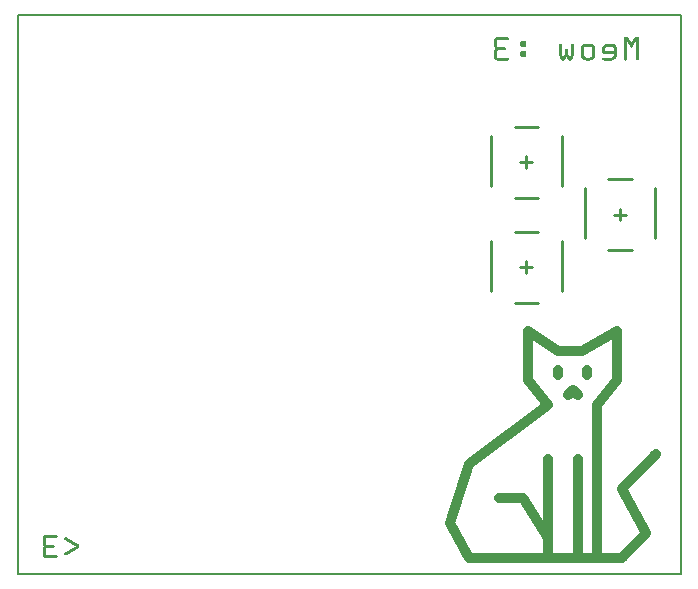
<source format=gbo>
G04 MADE WITH FRITZING*
G04 WWW.FRITZING.ORG*
G04 DOUBLE SIDED*
G04 HOLES PLATED*
G04 CONTOUR ON CENTER OF CONTOUR VECTOR*
%ASAXBY*%
%FSLAX23Y23*%
%MOIN*%
%OFA0B0*%
%SFA1.0B1.0*%
%ADD10R,2.217250X1.868770X2.201250X1.852770*%
%ADD11C,0.008000*%
%ADD12C,0.010000*%
%ADD13C,0.032808*%
%ADD14R,0.001000X0.001000*%
%LNSILK0*%
G90*
G70*
G54D11*
X4Y1865D02*
X2213Y1865D01*
X2213Y4D01*
X4Y4D01*
X4Y1865D01*
D02*
G54D12*
X2050Y1320D02*
X1972Y1320D01*
D02*
X2129Y1123D02*
X2129Y1290D01*
D02*
X1893Y1123D02*
X1893Y1290D01*
D02*
X2050Y1083D02*
X1972Y1083D01*
D02*
X2031Y1201D02*
X1991Y1201D01*
D02*
X2011Y1221D02*
X2011Y1182D01*
D02*
X1738Y1493D02*
X1660Y1493D01*
D02*
X1817Y1297D02*
X1817Y1464D01*
D02*
X1581Y1297D02*
X1581Y1464D01*
D02*
X1738Y1257D02*
X1660Y1257D01*
D02*
X1719Y1375D02*
X1679Y1375D01*
D02*
X1699Y1395D02*
X1699Y1356D01*
G54D13*
D02*
X1902Y682D02*
X1902Y665D01*
D02*
X1804Y682D02*
X1804Y665D01*
D02*
X1771Y58D02*
X1771Y386D01*
D02*
X1870Y58D02*
X1870Y386D01*
G54D12*
D02*
X1738Y1143D02*
X1660Y1143D01*
D02*
X1817Y947D02*
X1817Y1114D01*
D02*
X1581Y947D02*
X1581Y1114D01*
D02*
X1738Y907D02*
X1660Y907D01*
D02*
X1719Y1025D02*
X1679Y1025D01*
D02*
X1699Y1045D02*
X1699Y1006D01*
G54D13*
X1935Y58D02*
X1935Y567D01*
X2001Y649D01*
X2001Y813D01*
X1886Y747D01*
X1804Y747D01*
X1706Y813D01*
X1706Y649D01*
X1771Y567D01*
X1509Y370D01*
X1443Y173D01*
X1509Y58D01*
X2017Y58D01*
X2099Y140D01*
X2017Y288D01*
X2132Y403D01*
D02*
X1607Y255D02*
X1689Y255D01*
X1771Y124D01*
D02*
X1870Y600D02*
X1853Y616D01*
X1837Y600D01*
D02*
G54D14*
X1599Y1792D02*
X1639Y1792D01*
X2025Y1792D02*
X2037Y1792D01*
X2061Y1792D02*
X2073Y1792D01*
X1597Y1791D02*
X1640Y1791D01*
X2025Y1791D02*
X2038Y1791D01*
X2061Y1791D02*
X2073Y1791D01*
X1596Y1790D02*
X1641Y1790D01*
X2025Y1790D02*
X2038Y1790D01*
X2060Y1790D02*
X2073Y1790D01*
X1595Y1789D02*
X1641Y1789D01*
X2025Y1789D02*
X2039Y1789D01*
X2059Y1789D02*
X2073Y1789D01*
X1594Y1788D02*
X1641Y1788D01*
X2025Y1788D02*
X2040Y1788D01*
X2058Y1788D02*
X2073Y1788D01*
X1594Y1787D02*
X1641Y1787D01*
X2025Y1787D02*
X2040Y1787D01*
X2058Y1787D02*
X2073Y1787D01*
X1593Y1786D02*
X1641Y1786D01*
X2025Y1786D02*
X2041Y1786D01*
X2057Y1786D02*
X2073Y1786D01*
X1593Y1785D02*
X1641Y1785D01*
X2025Y1785D02*
X2042Y1785D01*
X2056Y1785D02*
X2073Y1785D01*
X1593Y1784D02*
X1640Y1784D01*
X2025Y1784D02*
X2042Y1784D01*
X2056Y1784D02*
X2073Y1784D01*
X1593Y1783D02*
X1638Y1783D01*
X2025Y1783D02*
X2043Y1783D01*
X2055Y1783D02*
X2073Y1783D01*
X1593Y1782D02*
X1602Y1782D01*
X2025Y1782D02*
X2044Y1782D01*
X2054Y1782D02*
X2073Y1782D01*
X1593Y1781D02*
X1602Y1781D01*
X2025Y1781D02*
X2045Y1781D01*
X2053Y1781D02*
X2073Y1781D01*
X1593Y1780D02*
X1602Y1780D01*
X1684Y1780D02*
X1694Y1780D01*
X2025Y1780D02*
X2045Y1780D01*
X2053Y1780D02*
X2073Y1780D01*
X1593Y1779D02*
X1602Y1779D01*
X1682Y1779D02*
X1697Y1779D01*
X2025Y1779D02*
X2046Y1779D01*
X2052Y1779D02*
X2073Y1779D01*
X1593Y1778D02*
X1602Y1778D01*
X1681Y1778D02*
X1698Y1778D01*
X2025Y1778D02*
X2047Y1778D01*
X2051Y1778D02*
X2073Y1778D01*
X1593Y1777D02*
X1602Y1777D01*
X1680Y1777D02*
X1698Y1777D01*
X2025Y1777D02*
X2034Y1777D01*
X2036Y1777D02*
X2047Y1777D01*
X2051Y1777D02*
X2062Y1777D01*
X2064Y1777D02*
X2073Y1777D01*
X1593Y1776D02*
X1602Y1776D01*
X1680Y1776D02*
X1698Y1776D01*
X2025Y1776D02*
X2034Y1776D01*
X2037Y1776D02*
X2048Y1776D01*
X2050Y1776D02*
X2061Y1776D01*
X2064Y1776D02*
X2073Y1776D01*
X1593Y1775D02*
X1602Y1775D01*
X1680Y1775D02*
X1699Y1775D01*
X2025Y1775D02*
X2034Y1775D01*
X2037Y1775D02*
X2061Y1775D01*
X2064Y1775D02*
X2073Y1775D01*
X1593Y1774D02*
X1602Y1774D01*
X1680Y1774D02*
X1699Y1774D01*
X2025Y1774D02*
X2034Y1774D01*
X2038Y1774D02*
X2060Y1774D01*
X2064Y1774D02*
X2073Y1774D01*
X1593Y1773D02*
X1602Y1773D01*
X1680Y1773D02*
X1699Y1773D01*
X2025Y1773D02*
X2034Y1773D01*
X2039Y1773D02*
X2059Y1773D01*
X2064Y1773D02*
X2073Y1773D01*
X1593Y1772D02*
X1602Y1772D01*
X1680Y1772D02*
X1699Y1772D01*
X2025Y1772D02*
X2034Y1772D01*
X2040Y1772D02*
X2059Y1772D01*
X2064Y1772D02*
X2073Y1772D01*
X1593Y1771D02*
X1602Y1771D01*
X1680Y1771D02*
X1699Y1771D01*
X1810Y1771D02*
X1814Y1771D01*
X1852Y1771D02*
X1856Y1771D01*
X1895Y1771D02*
X1915Y1771D01*
X1967Y1771D02*
X1987Y1771D01*
X2025Y1771D02*
X2034Y1771D01*
X2040Y1771D02*
X2058Y1771D01*
X2064Y1771D02*
X2073Y1771D01*
X1593Y1770D02*
X1602Y1770D01*
X1680Y1770D02*
X1699Y1770D01*
X1809Y1770D02*
X1815Y1770D01*
X1851Y1770D02*
X1857Y1770D01*
X1893Y1770D02*
X1918Y1770D01*
X1965Y1770D02*
X1990Y1770D01*
X2025Y1770D02*
X2034Y1770D01*
X2041Y1770D02*
X2057Y1770D01*
X2064Y1770D02*
X2073Y1770D01*
X1593Y1769D02*
X1602Y1769D01*
X1680Y1769D02*
X1699Y1769D01*
X1808Y1769D02*
X1816Y1769D01*
X1850Y1769D02*
X1858Y1769D01*
X1891Y1769D02*
X1919Y1769D01*
X1963Y1769D02*
X1991Y1769D01*
X2025Y1769D02*
X2034Y1769D01*
X2042Y1769D02*
X2056Y1769D01*
X2064Y1769D02*
X2073Y1769D01*
X1593Y1768D02*
X1602Y1768D01*
X1680Y1768D02*
X1699Y1768D01*
X1808Y1768D02*
X1816Y1768D01*
X1850Y1768D02*
X1858Y1768D01*
X1890Y1768D02*
X1921Y1768D01*
X1962Y1768D02*
X1993Y1768D01*
X2025Y1768D02*
X2034Y1768D01*
X2042Y1768D02*
X2056Y1768D01*
X2064Y1768D02*
X2073Y1768D01*
X1593Y1767D02*
X1602Y1767D01*
X1680Y1767D02*
X1699Y1767D01*
X1808Y1767D02*
X1817Y1767D01*
X1849Y1767D02*
X1858Y1767D01*
X1888Y1767D02*
X1922Y1767D01*
X1960Y1767D02*
X1994Y1767D01*
X2025Y1767D02*
X2034Y1767D01*
X2043Y1767D02*
X2055Y1767D01*
X2064Y1767D02*
X2073Y1767D01*
X1593Y1766D02*
X1602Y1766D01*
X1680Y1766D02*
X1699Y1766D01*
X1808Y1766D02*
X1817Y1766D01*
X1849Y1766D02*
X1859Y1766D01*
X1887Y1766D02*
X1923Y1766D01*
X1959Y1766D02*
X1995Y1766D01*
X2025Y1766D02*
X2034Y1766D01*
X2044Y1766D02*
X2054Y1766D01*
X2064Y1766D02*
X2073Y1766D01*
X1593Y1765D02*
X1602Y1765D01*
X1680Y1765D02*
X1698Y1765D01*
X1808Y1765D02*
X1817Y1765D01*
X1849Y1765D02*
X1858Y1765D01*
X1886Y1765D02*
X1924Y1765D01*
X1958Y1765D02*
X1996Y1765D01*
X2025Y1765D02*
X2034Y1765D01*
X2044Y1765D02*
X2054Y1765D01*
X2064Y1765D02*
X2073Y1765D01*
X1593Y1764D02*
X1602Y1764D01*
X1680Y1764D02*
X1698Y1764D01*
X1808Y1764D02*
X1817Y1764D01*
X1849Y1764D02*
X1858Y1764D01*
X1885Y1764D02*
X1925Y1764D01*
X1957Y1764D02*
X1997Y1764D01*
X2025Y1764D02*
X2034Y1764D01*
X2044Y1764D02*
X2054Y1764D01*
X2064Y1764D02*
X2073Y1764D01*
X1593Y1763D02*
X1602Y1763D01*
X1681Y1763D02*
X1697Y1763D01*
X1808Y1763D02*
X1817Y1763D01*
X1849Y1763D02*
X1858Y1763D01*
X1884Y1763D02*
X1926Y1763D01*
X1956Y1763D02*
X1998Y1763D01*
X2025Y1763D02*
X2034Y1763D01*
X2044Y1763D02*
X2054Y1763D01*
X2064Y1763D02*
X2073Y1763D01*
X1593Y1762D02*
X1602Y1762D01*
X1683Y1762D02*
X1696Y1762D01*
X1808Y1762D02*
X1817Y1762D01*
X1849Y1762D02*
X1858Y1762D01*
X1883Y1762D02*
X1927Y1762D01*
X1955Y1762D02*
X1999Y1762D01*
X2025Y1762D02*
X2034Y1762D01*
X2045Y1762D02*
X2054Y1762D01*
X2064Y1762D02*
X2073Y1762D01*
X1593Y1761D02*
X1603Y1761D01*
X1808Y1761D02*
X1817Y1761D01*
X1849Y1761D02*
X1858Y1761D01*
X1883Y1761D02*
X1896Y1761D01*
X1914Y1761D02*
X1927Y1761D01*
X1955Y1761D02*
X1968Y1761D01*
X1986Y1761D02*
X1999Y1761D01*
X2025Y1761D02*
X2034Y1761D01*
X2045Y1761D02*
X2053Y1761D01*
X2064Y1761D02*
X2073Y1761D01*
X1593Y1760D02*
X1604Y1760D01*
X1808Y1760D02*
X1817Y1760D01*
X1849Y1760D02*
X1858Y1760D01*
X1882Y1760D02*
X1894Y1760D01*
X1915Y1760D02*
X1928Y1760D01*
X1954Y1760D02*
X1966Y1760D01*
X1987Y1760D02*
X2000Y1760D01*
X2025Y1760D02*
X2034Y1760D01*
X2045Y1760D02*
X2053Y1760D01*
X2064Y1760D02*
X2073Y1760D01*
X1594Y1759D02*
X1607Y1759D01*
X1808Y1759D02*
X1817Y1759D01*
X1849Y1759D02*
X1858Y1759D01*
X1882Y1759D02*
X1893Y1759D01*
X1917Y1759D02*
X1928Y1759D01*
X1954Y1759D02*
X1965Y1759D01*
X1989Y1759D02*
X2000Y1759D01*
X2025Y1759D02*
X2034Y1759D01*
X2046Y1759D02*
X2052Y1759D01*
X2064Y1759D02*
X2073Y1759D01*
X1594Y1758D02*
X1629Y1758D01*
X1808Y1758D02*
X1817Y1758D01*
X1849Y1758D02*
X1858Y1758D01*
X1881Y1758D02*
X1892Y1758D01*
X1918Y1758D02*
X1929Y1758D01*
X1953Y1758D02*
X1964Y1758D01*
X1990Y1758D02*
X2001Y1758D01*
X2025Y1758D02*
X2034Y1758D01*
X2047Y1758D02*
X2051Y1758D01*
X2064Y1758D02*
X2073Y1758D01*
X1594Y1757D02*
X1630Y1757D01*
X1808Y1757D02*
X1817Y1757D01*
X1849Y1757D02*
X1858Y1757D01*
X1881Y1757D02*
X1891Y1757D01*
X1919Y1757D02*
X1929Y1757D01*
X1953Y1757D02*
X1963Y1757D01*
X1991Y1757D02*
X2001Y1757D01*
X2025Y1757D02*
X2034Y1757D01*
X2064Y1757D02*
X2073Y1757D01*
X1595Y1756D02*
X1631Y1756D01*
X1808Y1756D02*
X1817Y1756D01*
X1849Y1756D02*
X1858Y1756D01*
X1881Y1756D02*
X1890Y1756D01*
X1920Y1756D02*
X1929Y1756D01*
X1953Y1756D02*
X1962Y1756D01*
X1992Y1756D02*
X2001Y1756D01*
X2025Y1756D02*
X2034Y1756D01*
X2064Y1756D02*
X2073Y1756D01*
X1596Y1755D02*
X1631Y1755D01*
X1808Y1755D02*
X1817Y1755D01*
X1849Y1755D02*
X1858Y1755D01*
X1881Y1755D02*
X1890Y1755D01*
X1920Y1755D02*
X1929Y1755D01*
X1953Y1755D02*
X1962Y1755D01*
X1992Y1755D02*
X2001Y1755D01*
X2025Y1755D02*
X2034Y1755D01*
X2064Y1755D02*
X2073Y1755D01*
X1596Y1754D02*
X1631Y1754D01*
X1808Y1754D02*
X1817Y1754D01*
X1831Y1754D02*
X1835Y1754D01*
X1849Y1754D02*
X1858Y1754D01*
X1881Y1754D02*
X1890Y1754D01*
X1920Y1754D02*
X1929Y1754D01*
X1953Y1754D02*
X1962Y1754D01*
X1992Y1754D02*
X2001Y1754D01*
X2025Y1754D02*
X2034Y1754D01*
X2064Y1754D02*
X2073Y1754D01*
X1596Y1753D02*
X1631Y1753D01*
X1808Y1753D02*
X1817Y1753D01*
X1830Y1753D02*
X1836Y1753D01*
X1849Y1753D02*
X1858Y1753D01*
X1881Y1753D02*
X1890Y1753D01*
X1920Y1753D02*
X1929Y1753D01*
X1953Y1753D02*
X1962Y1753D01*
X1992Y1753D02*
X2001Y1753D01*
X2025Y1753D02*
X2034Y1753D01*
X2064Y1753D02*
X2073Y1753D01*
X1595Y1752D02*
X1631Y1752D01*
X1808Y1752D02*
X1817Y1752D01*
X1829Y1752D02*
X1837Y1752D01*
X1849Y1752D02*
X1858Y1752D01*
X1881Y1752D02*
X1890Y1752D01*
X1920Y1752D02*
X1929Y1752D01*
X1953Y1752D02*
X1962Y1752D01*
X1992Y1752D02*
X2001Y1752D01*
X2025Y1752D02*
X2034Y1752D01*
X2064Y1752D02*
X2073Y1752D01*
X1595Y1751D02*
X1631Y1751D01*
X1808Y1751D02*
X1817Y1751D01*
X1829Y1751D02*
X1837Y1751D01*
X1849Y1751D02*
X1858Y1751D01*
X1881Y1751D02*
X1890Y1751D01*
X1920Y1751D02*
X1929Y1751D01*
X1953Y1751D02*
X1962Y1751D01*
X1992Y1751D02*
X2001Y1751D01*
X2025Y1751D02*
X2034Y1751D01*
X2064Y1751D02*
X2073Y1751D01*
X1594Y1750D02*
X1630Y1750D01*
X1808Y1750D02*
X1817Y1750D01*
X1829Y1750D02*
X1838Y1750D01*
X1849Y1750D02*
X1858Y1750D01*
X1881Y1750D02*
X1890Y1750D01*
X1920Y1750D02*
X1929Y1750D01*
X1953Y1750D02*
X1962Y1750D01*
X1992Y1750D02*
X2001Y1750D01*
X2025Y1750D02*
X2034Y1750D01*
X2064Y1750D02*
X2073Y1750D01*
X1594Y1749D02*
X1627Y1749D01*
X1808Y1749D02*
X1817Y1749D01*
X1829Y1749D02*
X1838Y1749D01*
X1849Y1749D02*
X1858Y1749D01*
X1881Y1749D02*
X1890Y1749D01*
X1920Y1749D02*
X1929Y1749D01*
X1953Y1749D02*
X1962Y1749D01*
X1992Y1749D02*
X2001Y1749D01*
X2025Y1749D02*
X2034Y1749D01*
X2064Y1749D02*
X2073Y1749D01*
X1593Y1748D02*
X1604Y1748D01*
X1808Y1748D02*
X1817Y1748D01*
X1829Y1748D02*
X1838Y1748D01*
X1849Y1748D02*
X1858Y1748D01*
X1881Y1748D02*
X1890Y1748D01*
X1920Y1748D02*
X1929Y1748D01*
X1953Y1748D02*
X1962Y1748D01*
X1992Y1748D02*
X2001Y1748D01*
X2025Y1748D02*
X2034Y1748D01*
X2064Y1748D02*
X2073Y1748D01*
X1593Y1747D02*
X1603Y1747D01*
X1808Y1747D02*
X1817Y1747D01*
X1829Y1747D02*
X1838Y1747D01*
X1849Y1747D02*
X1858Y1747D01*
X1881Y1747D02*
X1890Y1747D01*
X1920Y1747D02*
X1929Y1747D01*
X1953Y1747D02*
X1962Y1747D01*
X1992Y1747D02*
X2001Y1747D01*
X2025Y1747D02*
X2034Y1747D01*
X2064Y1747D02*
X2073Y1747D01*
X1593Y1746D02*
X1602Y1746D01*
X1684Y1746D02*
X1694Y1746D01*
X1808Y1746D02*
X1817Y1746D01*
X1829Y1746D02*
X1838Y1746D01*
X1849Y1746D02*
X1858Y1746D01*
X1881Y1746D02*
X1890Y1746D01*
X1920Y1746D02*
X1929Y1746D01*
X1953Y1746D02*
X2001Y1746D01*
X2025Y1746D02*
X2034Y1746D01*
X2064Y1746D02*
X2073Y1746D01*
X1593Y1745D02*
X1602Y1745D01*
X1682Y1745D02*
X1697Y1745D01*
X1808Y1745D02*
X1817Y1745D01*
X1829Y1745D02*
X1838Y1745D01*
X1849Y1745D02*
X1858Y1745D01*
X1881Y1745D02*
X1890Y1745D01*
X1920Y1745D02*
X1929Y1745D01*
X1953Y1745D02*
X2001Y1745D01*
X2025Y1745D02*
X2034Y1745D01*
X2064Y1745D02*
X2073Y1745D01*
X1593Y1744D02*
X1602Y1744D01*
X1681Y1744D02*
X1698Y1744D01*
X1808Y1744D02*
X1817Y1744D01*
X1829Y1744D02*
X1838Y1744D01*
X1849Y1744D02*
X1858Y1744D01*
X1881Y1744D02*
X1890Y1744D01*
X1920Y1744D02*
X1929Y1744D01*
X1953Y1744D02*
X2001Y1744D01*
X2025Y1744D02*
X2034Y1744D01*
X2064Y1744D02*
X2073Y1744D01*
X1593Y1743D02*
X1602Y1743D01*
X1680Y1743D02*
X1698Y1743D01*
X1808Y1743D02*
X1818Y1743D01*
X1829Y1743D02*
X1838Y1743D01*
X1849Y1743D02*
X1858Y1743D01*
X1881Y1743D02*
X1890Y1743D01*
X1920Y1743D02*
X1929Y1743D01*
X1953Y1743D02*
X2001Y1743D01*
X2025Y1743D02*
X2034Y1743D01*
X2064Y1743D02*
X2073Y1743D01*
X1593Y1742D02*
X1602Y1742D01*
X1680Y1742D02*
X1698Y1742D01*
X1808Y1742D02*
X1818Y1742D01*
X1829Y1742D02*
X1838Y1742D01*
X1849Y1742D02*
X1858Y1742D01*
X1881Y1742D02*
X1890Y1742D01*
X1920Y1742D02*
X1929Y1742D01*
X1953Y1742D02*
X2001Y1742D01*
X2025Y1742D02*
X2034Y1742D01*
X2064Y1742D02*
X2073Y1742D01*
X1593Y1741D02*
X1602Y1741D01*
X1680Y1741D02*
X1699Y1741D01*
X1809Y1741D02*
X1818Y1741D01*
X1829Y1741D02*
X1838Y1741D01*
X1849Y1741D02*
X1858Y1741D01*
X1881Y1741D02*
X1890Y1741D01*
X1920Y1741D02*
X1929Y1741D01*
X1953Y1741D02*
X2001Y1741D01*
X2025Y1741D02*
X2034Y1741D01*
X2064Y1741D02*
X2073Y1741D01*
X1593Y1740D02*
X1602Y1740D01*
X1680Y1740D02*
X1699Y1740D01*
X1809Y1740D02*
X1818Y1740D01*
X1829Y1740D02*
X1838Y1740D01*
X1849Y1740D02*
X1858Y1740D01*
X1881Y1740D02*
X1890Y1740D01*
X1920Y1740D02*
X1929Y1740D01*
X1953Y1740D02*
X2001Y1740D01*
X2025Y1740D02*
X2034Y1740D01*
X2064Y1740D02*
X2073Y1740D01*
X1593Y1739D02*
X1602Y1739D01*
X1680Y1739D02*
X1699Y1739D01*
X1809Y1739D02*
X1818Y1739D01*
X1829Y1739D02*
X1838Y1739D01*
X1848Y1739D02*
X1858Y1739D01*
X1881Y1739D02*
X1890Y1739D01*
X1920Y1739D02*
X1929Y1739D01*
X1953Y1739D02*
X2001Y1739D01*
X2025Y1739D02*
X2034Y1739D01*
X2064Y1739D02*
X2073Y1739D01*
X1593Y1738D02*
X1602Y1738D01*
X1680Y1738D02*
X1699Y1738D01*
X1809Y1738D02*
X1818Y1738D01*
X1828Y1738D02*
X1838Y1738D01*
X1848Y1738D02*
X1858Y1738D01*
X1881Y1738D02*
X1890Y1738D01*
X1920Y1738D02*
X1929Y1738D01*
X1954Y1738D02*
X2001Y1738D01*
X2025Y1738D02*
X2034Y1738D01*
X2064Y1738D02*
X2073Y1738D01*
X1593Y1737D02*
X1602Y1737D01*
X1680Y1737D02*
X1699Y1737D01*
X1809Y1737D02*
X1818Y1737D01*
X1828Y1737D02*
X1838Y1737D01*
X1848Y1737D02*
X1858Y1737D01*
X1881Y1737D02*
X1890Y1737D01*
X1920Y1737D02*
X1929Y1737D01*
X1955Y1737D02*
X2001Y1737D01*
X2025Y1737D02*
X2034Y1737D01*
X2064Y1737D02*
X2073Y1737D01*
X1593Y1736D02*
X1602Y1736D01*
X1680Y1736D02*
X1699Y1736D01*
X1809Y1736D02*
X1818Y1736D01*
X1827Y1736D02*
X1839Y1736D01*
X1848Y1736D02*
X1857Y1736D01*
X1881Y1736D02*
X1890Y1736D01*
X1920Y1736D02*
X1929Y1736D01*
X1992Y1736D02*
X2001Y1736D01*
X2025Y1736D02*
X2034Y1736D01*
X2064Y1736D02*
X2073Y1736D01*
X1593Y1735D02*
X1602Y1735D01*
X1680Y1735D02*
X1699Y1735D01*
X1809Y1735D02*
X1819Y1735D01*
X1827Y1735D02*
X1839Y1735D01*
X1848Y1735D02*
X1857Y1735D01*
X1881Y1735D02*
X1890Y1735D01*
X1920Y1735D02*
X1929Y1735D01*
X1992Y1735D02*
X2001Y1735D01*
X2025Y1735D02*
X2034Y1735D01*
X2064Y1735D02*
X2073Y1735D01*
X1593Y1734D02*
X1602Y1734D01*
X1680Y1734D02*
X1699Y1734D01*
X1809Y1734D02*
X1819Y1734D01*
X1826Y1734D02*
X1840Y1734D01*
X1847Y1734D02*
X1857Y1734D01*
X1881Y1734D02*
X1890Y1734D01*
X1920Y1734D02*
X1929Y1734D01*
X1992Y1734D02*
X2001Y1734D01*
X2025Y1734D02*
X2034Y1734D01*
X2064Y1734D02*
X2073Y1734D01*
X1593Y1733D02*
X1602Y1733D01*
X1680Y1733D02*
X1699Y1733D01*
X1809Y1733D02*
X1819Y1733D01*
X1825Y1733D02*
X1841Y1733D01*
X1847Y1733D02*
X1856Y1733D01*
X1881Y1733D02*
X1890Y1733D01*
X1920Y1733D02*
X1929Y1733D01*
X1992Y1733D02*
X2001Y1733D01*
X2025Y1733D02*
X2034Y1733D01*
X2064Y1733D02*
X2073Y1733D01*
X1593Y1732D02*
X1602Y1732D01*
X1680Y1732D02*
X1699Y1732D01*
X1810Y1732D02*
X1819Y1732D01*
X1825Y1732D02*
X1841Y1732D01*
X1847Y1732D02*
X1856Y1732D01*
X1881Y1732D02*
X1890Y1732D01*
X1920Y1732D02*
X1929Y1732D01*
X1992Y1732D02*
X2001Y1732D01*
X2025Y1732D02*
X2034Y1732D01*
X2064Y1732D02*
X2073Y1732D01*
X1593Y1731D02*
X1602Y1731D01*
X1680Y1731D02*
X1698Y1731D01*
X1810Y1731D02*
X1820Y1731D01*
X1824Y1731D02*
X1842Y1731D01*
X1846Y1731D02*
X1856Y1731D01*
X1881Y1731D02*
X1890Y1731D01*
X1920Y1731D02*
X1929Y1731D01*
X1992Y1731D02*
X2001Y1731D01*
X2025Y1731D02*
X2034Y1731D01*
X2064Y1731D02*
X2073Y1731D01*
X1593Y1730D02*
X1602Y1730D01*
X1680Y1730D02*
X1698Y1730D01*
X1810Y1730D02*
X1820Y1730D01*
X1824Y1730D02*
X1842Y1730D01*
X1846Y1730D02*
X1856Y1730D01*
X1881Y1730D02*
X1891Y1730D01*
X1919Y1730D02*
X1929Y1730D01*
X1991Y1730D02*
X2001Y1730D01*
X2025Y1730D02*
X2034Y1730D01*
X2064Y1730D02*
X2073Y1730D01*
X1593Y1729D02*
X1602Y1729D01*
X1681Y1729D02*
X1697Y1729D01*
X1811Y1729D02*
X1820Y1729D01*
X1823Y1729D02*
X1843Y1729D01*
X1846Y1729D02*
X1855Y1729D01*
X1881Y1729D02*
X1892Y1729D01*
X1918Y1729D02*
X1929Y1729D01*
X1990Y1729D02*
X2001Y1729D01*
X2025Y1729D02*
X2034Y1729D01*
X2064Y1729D02*
X2073Y1729D01*
X1593Y1728D02*
X1602Y1728D01*
X1683Y1728D02*
X1696Y1728D01*
X1811Y1728D02*
X1821Y1728D01*
X1823Y1728D02*
X1844Y1728D01*
X1846Y1728D02*
X1855Y1728D01*
X1881Y1728D02*
X1893Y1728D01*
X1917Y1728D02*
X1929Y1728D01*
X1989Y1728D02*
X2001Y1728D01*
X2025Y1728D02*
X2034Y1728D01*
X2064Y1728D02*
X2073Y1728D01*
X1593Y1727D02*
X1602Y1727D01*
X1811Y1727D02*
X1855Y1727D01*
X1882Y1727D02*
X1894Y1727D01*
X1916Y1727D02*
X1928Y1727D01*
X1988Y1727D02*
X2000Y1727D01*
X2025Y1727D02*
X2034Y1727D01*
X2064Y1727D02*
X2073Y1727D01*
X1593Y1726D02*
X1602Y1726D01*
X1812Y1726D02*
X1832Y1726D01*
X1834Y1726D02*
X1854Y1726D01*
X1882Y1726D02*
X1895Y1726D01*
X1915Y1726D02*
X1928Y1726D01*
X1987Y1726D02*
X2000Y1726D01*
X2025Y1726D02*
X2034Y1726D01*
X2064Y1726D02*
X2073Y1726D01*
X1593Y1725D02*
X1602Y1725D01*
X1812Y1725D02*
X1831Y1725D01*
X1835Y1725D02*
X1854Y1725D01*
X1883Y1725D02*
X1898Y1725D01*
X1912Y1725D02*
X1927Y1725D01*
X1984Y1725D02*
X1999Y1725D01*
X2025Y1725D02*
X2034Y1725D01*
X2064Y1725D02*
X2073Y1725D01*
X1593Y1724D02*
X1639Y1724D01*
X1812Y1724D02*
X1831Y1724D01*
X1835Y1724D02*
X1854Y1724D01*
X1884Y1724D02*
X1927Y1724D01*
X1955Y1724D02*
X1999Y1724D01*
X2025Y1724D02*
X2034Y1724D01*
X2064Y1724D02*
X2073Y1724D01*
X1593Y1723D02*
X1640Y1723D01*
X1812Y1723D02*
X1830Y1723D01*
X1836Y1723D02*
X1854Y1723D01*
X1885Y1723D02*
X1926Y1723D01*
X1954Y1723D02*
X1998Y1723D01*
X2025Y1723D02*
X2034Y1723D01*
X2064Y1723D02*
X2073Y1723D01*
X1593Y1722D02*
X1641Y1722D01*
X1813Y1722D02*
X1830Y1722D01*
X1836Y1722D02*
X1853Y1722D01*
X1886Y1722D02*
X1925Y1722D01*
X1953Y1722D02*
X1997Y1722D01*
X2025Y1722D02*
X2034Y1722D01*
X2064Y1722D02*
X2073Y1722D01*
X1593Y1721D02*
X1641Y1721D01*
X1813Y1721D02*
X1829Y1721D01*
X1837Y1721D02*
X1853Y1721D01*
X1887Y1721D02*
X1924Y1721D01*
X1953Y1721D02*
X1996Y1721D01*
X2025Y1721D02*
X2034Y1721D01*
X2064Y1721D02*
X2073Y1721D01*
X1594Y1720D02*
X1641Y1720D01*
X1813Y1720D02*
X1829Y1720D01*
X1838Y1720D02*
X1853Y1720D01*
X1888Y1720D02*
X1922Y1720D01*
X1953Y1720D02*
X1994Y1720D01*
X2025Y1720D02*
X2034Y1720D01*
X2064Y1720D02*
X2073Y1720D01*
X1595Y1719D02*
X1641Y1719D01*
X1814Y1719D02*
X1828Y1719D01*
X1838Y1719D02*
X1852Y1719D01*
X1889Y1719D02*
X1921Y1719D01*
X1953Y1719D02*
X1993Y1719D01*
X2025Y1719D02*
X2034Y1719D01*
X2064Y1719D02*
X2073Y1719D01*
X1596Y1718D02*
X1641Y1718D01*
X1814Y1718D02*
X1827Y1718D01*
X1839Y1718D02*
X1852Y1718D01*
X1890Y1718D02*
X1920Y1718D01*
X1953Y1718D02*
X1992Y1718D01*
X2025Y1718D02*
X2033Y1718D01*
X2065Y1718D02*
X2073Y1718D01*
X1597Y1717D02*
X1640Y1717D01*
X1815Y1717D02*
X1827Y1717D01*
X1839Y1717D02*
X1852Y1717D01*
X1892Y1717D02*
X1918Y1717D01*
X1954Y1717D02*
X1991Y1717D01*
X2026Y1717D02*
X2033Y1717D01*
X2065Y1717D02*
X2072Y1717D01*
X1598Y1716D02*
X1640Y1716D01*
X1816Y1716D02*
X1826Y1716D01*
X1840Y1716D02*
X1851Y1716D01*
X1894Y1716D02*
X1916Y1716D01*
X1955Y1716D02*
X1989Y1716D01*
X2027Y1716D02*
X2032Y1716D01*
X2066Y1716D02*
X2071Y1716D01*
X1601Y1715D02*
X1637Y1715D01*
X1818Y1715D02*
X1824Y1715D01*
X1842Y1715D02*
X1848Y1715D01*
X1898Y1715D02*
X1912Y1715D01*
X1957Y1715D02*
X1985Y1715D01*
X2029Y1715D02*
X2030Y1715D01*
X2069Y1715D02*
X2069Y1715D01*
X95Y134D02*
X133Y134D01*
X93Y133D02*
X134Y133D01*
X91Y132D02*
X135Y132D01*
X90Y131D02*
X136Y131D01*
X89Y130D02*
X136Y130D01*
X89Y129D02*
X136Y129D01*
X88Y128D02*
X136Y128D01*
X88Y127D02*
X136Y127D01*
X88Y126D02*
X135Y126D01*
X87Y125D02*
X134Y125D01*
X162Y125D02*
X166Y125D01*
X87Y124D02*
X97Y124D01*
X161Y124D02*
X168Y124D01*
X87Y123D02*
X97Y123D01*
X160Y123D02*
X170Y123D01*
X87Y122D02*
X97Y122D01*
X160Y122D02*
X171Y122D01*
X87Y121D02*
X97Y121D01*
X159Y121D02*
X173Y121D01*
X87Y120D02*
X97Y120D01*
X160Y120D02*
X175Y120D01*
X87Y119D02*
X97Y119D01*
X160Y119D02*
X177Y119D01*
X87Y118D02*
X97Y118D01*
X160Y118D02*
X178Y118D01*
X87Y117D02*
X97Y117D01*
X161Y117D02*
X180Y117D01*
X87Y116D02*
X97Y116D01*
X163Y116D02*
X182Y116D01*
X87Y115D02*
X97Y115D01*
X164Y115D02*
X183Y115D01*
X87Y114D02*
X97Y114D01*
X166Y114D02*
X185Y114D01*
X87Y113D02*
X97Y113D01*
X168Y113D02*
X187Y113D01*
X87Y112D02*
X97Y112D01*
X169Y112D02*
X188Y112D01*
X87Y111D02*
X97Y111D01*
X171Y111D02*
X190Y111D01*
X87Y110D02*
X97Y110D01*
X173Y110D02*
X192Y110D01*
X87Y109D02*
X97Y109D01*
X175Y109D02*
X194Y109D01*
X87Y108D02*
X97Y108D01*
X176Y108D02*
X195Y108D01*
X87Y107D02*
X97Y107D01*
X178Y107D02*
X197Y107D01*
X87Y106D02*
X97Y106D01*
X180Y106D02*
X199Y106D01*
X87Y105D02*
X97Y105D01*
X181Y105D02*
X200Y105D01*
X88Y104D02*
X97Y104D01*
X183Y104D02*
X202Y104D01*
X88Y103D02*
X97Y103D01*
X185Y103D02*
X204Y103D01*
X88Y102D02*
X98Y102D01*
X186Y102D02*
X206Y102D01*
X88Y101D02*
X99Y101D01*
X188Y101D02*
X207Y101D01*
X88Y100D02*
X123Y100D01*
X190Y100D02*
X208Y100D01*
X89Y99D02*
X125Y99D01*
X192Y99D02*
X208Y99D01*
X89Y98D02*
X125Y98D01*
X193Y98D02*
X208Y98D01*
X90Y97D02*
X126Y97D01*
X195Y97D02*
X208Y97D01*
X91Y96D02*
X126Y96D01*
X197Y96D02*
X208Y96D01*
X91Y95D02*
X126Y95D01*
X197Y95D02*
X208Y95D01*
X90Y94D02*
X126Y94D01*
X196Y94D02*
X208Y94D01*
X90Y93D02*
X126Y93D01*
X194Y93D02*
X208Y93D01*
X89Y92D02*
X125Y92D01*
X192Y92D02*
X208Y92D01*
X89Y91D02*
X124Y91D01*
X190Y91D02*
X208Y91D01*
X88Y90D02*
X100Y90D01*
X189Y90D02*
X207Y90D01*
X88Y89D02*
X98Y89D01*
X187Y89D02*
X206Y89D01*
X88Y88D02*
X97Y88D01*
X185Y88D02*
X204Y88D01*
X88Y87D02*
X97Y87D01*
X184Y87D02*
X203Y87D01*
X87Y86D02*
X97Y86D01*
X182Y86D02*
X201Y86D01*
X87Y85D02*
X97Y85D01*
X180Y85D02*
X199Y85D01*
X87Y84D02*
X97Y84D01*
X178Y84D02*
X198Y84D01*
X87Y83D02*
X97Y83D01*
X177Y83D02*
X196Y83D01*
X87Y82D02*
X97Y82D01*
X175Y82D02*
X194Y82D01*
X87Y81D02*
X97Y81D01*
X173Y81D02*
X192Y81D01*
X87Y80D02*
X97Y80D01*
X172Y80D02*
X191Y80D01*
X87Y79D02*
X97Y79D01*
X170Y79D02*
X189Y79D01*
X87Y78D02*
X97Y78D01*
X168Y78D02*
X187Y78D01*
X87Y77D02*
X97Y77D01*
X167Y77D02*
X186Y77D01*
X87Y76D02*
X97Y76D01*
X165Y76D02*
X184Y76D01*
X87Y75D02*
X97Y75D01*
X163Y75D02*
X182Y75D01*
X87Y74D02*
X97Y74D01*
X162Y74D02*
X180Y74D01*
X87Y73D02*
X97Y73D01*
X161Y73D02*
X179Y73D01*
X87Y72D02*
X97Y72D01*
X160Y72D02*
X177Y72D01*
X87Y71D02*
X97Y71D01*
X160Y71D02*
X175Y71D01*
X87Y70D02*
X97Y70D01*
X159Y70D02*
X174Y70D01*
X87Y69D02*
X97Y69D01*
X160Y69D02*
X172Y69D01*
X87Y68D02*
X97Y68D01*
X160Y68D02*
X170Y68D01*
X87Y67D02*
X97Y67D01*
X160Y67D02*
X169Y67D01*
X87Y66D02*
X133Y66D01*
X161Y66D02*
X167Y66D01*
X88Y65D02*
X135Y65D01*
X164Y65D02*
X165Y65D01*
X88Y64D02*
X135Y64D01*
X88Y63D02*
X136Y63D01*
X89Y62D02*
X136Y62D01*
X89Y61D02*
X136Y61D01*
X90Y60D02*
X136Y60D01*
X91Y59D02*
X136Y59D01*
X92Y58D02*
X135Y58D01*
X94Y57D02*
X133Y57D01*
D02*
G04 End of Silk0*
M02*
</source>
